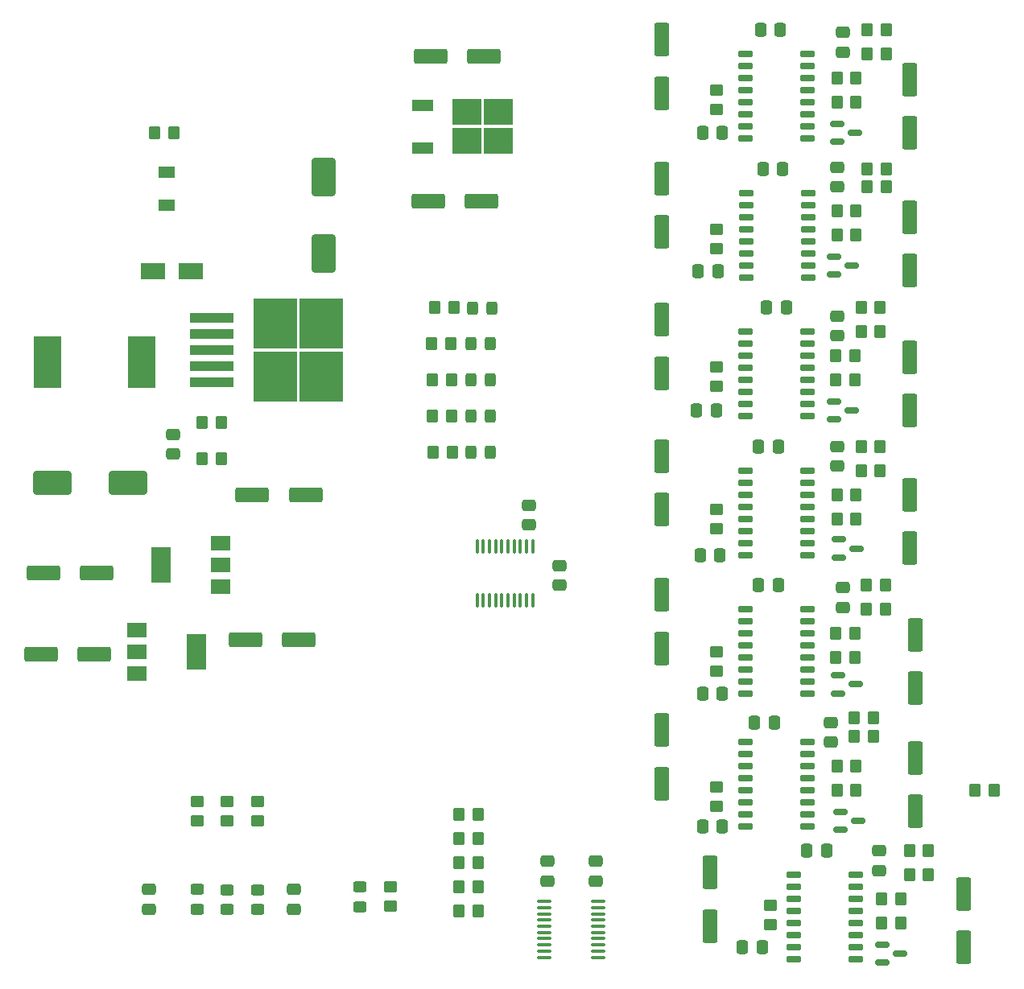
<source format=gbr>
%TF.GenerationSoftware,KiCad,Pcbnew,(6.0.0)*%
%TF.CreationDate,2022-09-29T10:08:53+01:00*%
%TF.ProjectId,truss_PCB,74727573-735f-4504-9342-2e6b69636164,rev?*%
%TF.SameCoordinates,Original*%
%TF.FileFunction,Paste,Top*%
%TF.FilePolarity,Positive*%
%FSLAX46Y46*%
G04 Gerber Fmt 4.6, Leading zero omitted, Abs format (unit mm)*
G04 Created by KiCad (PCBNEW (6.0.0)) date 2022-09-29 10:08:53*
%MOMM*%
%LPD*%
G01*
G04 APERTURE LIST*
G04 Aperture macros list*
%AMRoundRect*
0 Rectangle with rounded corners*
0 $1 Rounding radius*
0 $2 $3 $4 $5 $6 $7 $8 $9 X,Y pos of 4 corners*
0 Add a 4 corners polygon primitive as box body*
4,1,4,$2,$3,$4,$5,$6,$7,$8,$9,$2,$3,0*
0 Add four circle primitives for the rounded corners*
1,1,$1+$1,$2,$3*
1,1,$1+$1,$4,$5*
1,1,$1+$1,$6,$7*
1,1,$1+$1,$8,$9*
0 Add four rect primitives between the rounded corners*
20,1,$1+$1,$2,$3,$4,$5,0*
20,1,$1+$1,$4,$5,$6,$7,0*
20,1,$1+$1,$6,$7,$8,$9,0*
20,1,$1+$1,$8,$9,$2,$3,0*%
G04 Aperture macros list end*
%ADD10RoundRect,0.150000X0.650000X0.150000X-0.650000X0.150000X-0.650000X-0.150000X0.650000X-0.150000X0*%
%ADD11RoundRect,0.100000X-0.637500X-0.100000X0.637500X-0.100000X0.637500X0.100000X-0.637500X0.100000X0*%
%ADD12RoundRect,0.100000X-0.100000X0.637500X-0.100000X-0.637500X0.100000X-0.637500X0.100000X0.637500X0*%
%ADD13RoundRect,0.150000X-0.587500X-0.150000X0.587500X-0.150000X0.587500X0.150000X-0.587500X0.150000X0*%
%ADD14RoundRect,0.250000X0.550000X-1.500000X0.550000X1.500000X-0.550000X1.500000X-0.550000X-1.500000X0*%
%ADD15RoundRect,0.250000X-0.350000X-0.450000X0.350000X-0.450000X0.350000X0.450000X-0.350000X0.450000X0*%
%ADD16RoundRect,0.250000X-0.450000X0.325000X-0.450000X-0.325000X0.450000X-0.325000X0.450000X0.325000X0*%
%ADD17RoundRect,0.250000X0.475000X-0.337500X0.475000X0.337500X-0.475000X0.337500X-0.475000X-0.337500X0*%
%ADD18RoundRect,0.250000X-1.500000X-0.550000X1.500000X-0.550000X1.500000X0.550000X-1.500000X0.550000X0*%
%ADD19RoundRect,0.250000X0.350000X0.450000X-0.350000X0.450000X-0.350000X-0.450000X0.350000X-0.450000X0*%
%ADD20R,1.700000X1.300000*%
%ADD21R,3.050000X2.750000*%
%ADD22R,2.200000X1.200000*%
%ADD23RoundRect,0.250000X1.500000X0.550000X-1.500000X0.550000X-1.500000X-0.550000X1.500000X-0.550000X0*%
%ADD24RoundRect,0.250000X0.337500X0.475000X-0.337500X0.475000X-0.337500X-0.475000X0.337500X-0.475000X0*%
%ADD25RoundRect,0.250000X-0.450000X0.350000X-0.450000X-0.350000X0.450000X-0.350000X0.450000X0.350000X0*%
%ADD26RoundRect,0.250000X0.325000X0.450000X-0.325000X0.450000X-0.325000X-0.450000X0.325000X-0.450000X0*%
%ADD27RoundRect,0.250000X-1.000000X1.750000X-1.000000X-1.750000X1.000000X-1.750000X1.000000X1.750000X0*%
%ADD28R,2.000000X1.500000*%
%ADD29R,2.000000X3.800000*%
%ADD30RoundRect,0.250000X1.750000X1.000000X-1.750000X1.000000X-1.750000X-1.000000X1.750000X-1.000000X0*%
%ADD31RoundRect,0.250000X-0.475000X0.337500X-0.475000X-0.337500X0.475000X-0.337500X0.475000X0.337500X0*%
%ADD32R,4.550000X5.250000*%
%ADD33R,4.600000X1.100000*%
%ADD34R,2.500000X1.800000*%
%ADD35R,2.900000X5.400000*%
G04 APERTURE END LIST*
D10*
%TO.C,U2*%
X185570000Y-67310000D03*
X185570000Y-66040000D03*
X185570000Y-64770000D03*
X185570000Y-63500000D03*
X185570000Y-62230000D03*
X185570000Y-60960000D03*
X185570000Y-59690000D03*
X185570000Y-58420000D03*
X179070000Y-58420000D03*
X179070000Y-59690000D03*
X179070000Y-60960000D03*
X179070000Y-62230000D03*
X179070000Y-63500000D03*
X179070000Y-64770000D03*
X179070000Y-66040000D03*
X179070000Y-67310000D03*
%TD*%
%TO.C,U7*%
X190575000Y-139065000D03*
X190575000Y-137795000D03*
X190575000Y-136525000D03*
X190575000Y-135255000D03*
X190575000Y-133985000D03*
X190575000Y-132715000D03*
X190575000Y-131445000D03*
X190575000Y-130175000D03*
X184075000Y-130175000D03*
X184075000Y-131445000D03*
X184075000Y-132715000D03*
X184075000Y-133985000D03*
X184075000Y-135255000D03*
X184075000Y-136525000D03*
X184075000Y-137795000D03*
X184075000Y-139065000D03*
%TD*%
%TO.C,U5*%
X185495000Y-111125000D03*
X185495000Y-109855000D03*
X185495000Y-108585000D03*
X185495000Y-107315000D03*
X185495000Y-106045000D03*
X185495000Y-104775000D03*
X185495000Y-103505000D03*
X185495000Y-102235000D03*
X178995000Y-102235000D03*
X178995000Y-103505000D03*
X178995000Y-104775000D03*
X178995000Y-106045000D03*
X178995000Y-107315000D03*
X178995000Y-108585000D03*
X178995000Y-109855000D03*
X178995000Y-111125000D03*
%TD*%
%TO.C,U4*%
X185495000Y-96520000D03*
X185495000Y-95250000D03*
X185495000Y-93980000D03*
X185495000Y-92710000D03*
X185495000Y-91440000D03*
X185495000Y-90170000D03*
X185495000Y-88900000D03*
X185495000Y-87630000D03*
X178995000Y-87630000D03*
X178995000Y-88900000D03*
X178995000Y-90170000D03*
X178995000Y-91440000D03*
X178995000Y-92710000D03*
X178995000Y-93980000D03*
X178995000Y-95250000D03*
X178995000Y-96520000D03*
%TD*%
%TO.C,U6*%
X185495000Y-125095000D03*
X185495000Y-123825000D03*
X185495000Y-122555000D03*
X185495000Y-121285000D03*
X185495000Y-120015000D03*
X185495000Y-118745000D03*
X185495000Y-117475000D03*
X185495000Y-116205000D03*
X178995000Y-116205000D03*
X178995000Y-117475000D03*
X178995000Y-118745000D03*
X178995000Y-120015000D03*
X178995000Y-121285000D03*
X178995000Y-122555000D03*
X178995000Y-123825000D03*
X178995000Y-125095000D03*
%TD*%
%TO.C,U3*%
X185495000Y-81915000D03*
X185495000Y-80645000D03*
X185495000Y-79375000D03*
X185495000Y-78105000D03*
X185495000Y-76835000D03*
X185495000Y-75565000D03*
X185495000Y-74295000D03*
X185495000Y-73025000D03*
X178995000Y-73025000D03*
X178995000Y-74295000D03*
X178995000Y-75565000D03*
X178995000Y-76835000D03*
X178995000Y-78105000D03*
X178995000Y-79375000D03*
X178995000Y-80645000D03*
X178995000Y-81915000D03*
%TD*%
%TO.C,U1*%
X185495000Y-52705000D03*
X185495000Y-51435000D03*
X185495000Y-50165000D03*
X185495000Y-48895000D03*
X185495000Y-47625000D03*
X185495000Y-46355000D03*
X185495000Y-45085000D03*
X185495000Y-43815000D03*
X178995000Y-43815000D03*
X178995000Y-45085000D03*
X178995000Y-46355000D03*
X178995000Y-47625000D03*
X178995000Y-48895000D03*
X178995000Y-50165000D03*
X178995000Y-51435000D03*
X178995000Y-52705000D03*
%TD*%
D11*
%TO.C,U8*%
X157792500Y-132965000D03*
X157792500Y-133615000D03*
X157792500Y-134265000D03*
X157792500Y-134915000D03*
X157792500Y-135565000D03*
X157792500Y-136215000D03*
X157792500Y-136865000D03*
X157792500Y-137515000D03*
X157792500Y-138165000D03*
X157792500Y-138815000D03*
X163517500Y-138815000D03*
X163517500Y-138165000D03*
X163517500Y-137515000D03*
X163517500Y-136865000D03*
X163517500Y-136215000D03*
X163517500Y-135565000D03*
X163517500Y-134915000D03*
X163517500Y-134265000D03*
X163517500Y-133615000D03*
X163517500Y-132965000D03*
%TD*%
D12*
%TO.C,U9*%
X156595000Y-95562500D03*
X155945000Y-95562500D03*
X155295000Y-95562500D03*
X154645000Y-95562500D03*
X153995000Y-95562500D03*
X153345000Y-95562500D03*
X152695000Y-95562500D03*
X152045000Y-95562500D03*
X151395000Y-95562500D03*
X150745000Y-95562500D03*
X150745000Y-101287500D03*
X151395000Y-101287500D03*
X152045000Y-101287500D03*
X152695000Y-101287500D03*
X153345000Y-101287500D03*
X153995000Y-101287500D03*
X154645000Y-101287500D03*
X155295000Y-101287500D03*
X155945000Y-101287500D03*
X156595000Y-101287500D03*
%TD*%
D13*
%TO.C,Q3*%
X188292500Y-80330000D03*
X188292500Y-82230000D03*
X190167500Y-81280000D03*
%TD*%
D14*
%TO.C,EC9*%
X196850000Y-110490000D03*
X196850000Y-104890000D03*
%TD*%
D15*
%TO.C,R51*%
X148860000Y-133985000D03*
X150860000Y-133985000D03*
%TD*%
D16*
%TO.C,D9*%
X121285000Y-131690000D03*
X121285000Y-133740000D03*
%TD*%
D17*
%TO.C,C5*%
X188595000Y-57785000D03*
X188595000Y-55710000D03*
%TD*%
D18*
%TO.C,EC21*%
X126365000Y-105410000D03*
X131965000Y-105410000D03*
%TD*%
D14*
%TO.C,EC12*%
X170180000Y-120535000D03*
X170180000Y-114935000D03*
%TD*%
D19*
%TO.C,RFB2*%
X123825000Y-86360000D03*
X121825000Y-86360000D03*
%TD*%
D14*
%TO.C,EC5*%
X196215000Y-81280000D03*
X196215000Y-75680000D03*
%TD*%
D20*
%TO.C,D2*%
X118110000Y-59690000D03*
X118110000Y-56190000D03*
%TD*%
D21*
%TO.C,IC1*%
X149650000Y-49910000D03*
X149650000Y-52960000D03*
X153000000Y-52960000D03*
X153000000Y-49910000D03*
D22*
X145025000Y-49155000D03*
X145025000Y-53715000D03*
%TD*%
D14*
%TO.C,EC3*%
X196215000Y-66560000D03*
X196215000Y-60960000D03*
%TD*%
%TO.C,EC11*%
X196850000Y-123450000D03*
X196850000Y-117850000D03*
%TD*%
D13*
%TO.C,Q2*%
X188292500Y-65090000D03*
X188292500Y-66990000D03*
X190167500Y-66040000D03*
%TD*%
D14*
%TO.C,EC4*%
X170180000Y-62490000D03*
X170180000Y-56890000D03*
%TD*%
D15*
%TO.C,R15*%
X191135000Y-70485000D03*
X193135000Y-70485000D03*
%TD*%
D19*
%TO.C,R41*%
X148320000Y-70485000D03*
X146320000Y-70485000D03*
%TD*%
D23*
%TO.C,EC19*%
X110490000Y-106940000D03*
X104890000Y-106940000D03*
%TD*%
D17*
%TO.C,C17*%
X187960000Y-116205000D03*
X187960000Y-114130000D03*
%TD*%
D24*
%TO.C,C21*%
X180742500Y-137795000D03*
X178667500Y-137795000D03*
%TD*%
D19*
%TO.C,R18*%
X190595000Y-90170000D03*
X188595000Y-90170000D03*
%TD*%
D14*
%TO.C,EC10*%
X170180000Y-106305000D03*
X170180000Y-100705000D03*
%TD*%
D19*
%TO.C,R1*%
X205105000Y-121285000D03*
X203105000Y-121285000D03*
%TD*%
D25*
%TO.C,R11*%
X175895000Y-62230000D03*
X175895000Y-64230000D03*
%TD*%
D17*
%TO.C,C26*%
X159385000Y-99695000D03*
X159385000Y-97620000D03*
%TD*%
D24*
%TO.C,C4*%
X182880000Y-55880000D03*
X180805000Y-55880000D03*
%TD*%
D19*
%TO.C,R43*%
X148050000Y-78105000D03*
X146050000Y-78105000D03*
%TD*%
D18*
%TO.C,EC17*%
X145840000Y-44070000D03*
X151440000Y-44070000D03*
%TD*%
D24*
%TO.C,C10*%
X182415000Y-85090000D03*
X180340000Y-85090000D03*
%TD*%
D26*
%TO.C,D3*%
X152155000Y-85725000D03*
X150105000Y-85725000D03*
%TD*%
D25*
%TO.C,R21*%
X175895000Y-91710000D03*
X175895000Y-93710000D03*
%TD*%
D19*
%TO.C,R13*%
X190500000Y-75565000D03*
X188500000Y-75565000D03*
%TD*%
D15*
%TO.C,R30*%
X190405000Y-113665000D03*
X192405000Y-113665000D03*
%TD*%
D27*
%TO.C,EC28*%
X134620000Y-56770000D03*
X134620000Y-64770000D03*
%TD*%
D25*
%TO.C,R37*%
X141605000Y-131445000D03*
X141605000Y-133445000D03*
%TD*%
D15*
%TO.C,R49*%
X148863266Y-128905000D03*
X150863266Y-128905000D03*
%TD*%
D13*
%TO.C,Q4*%
X188774667Y-94855019D03*
X188774667Y-96755019D03*
X190649667Y-95805019D03*
%TD*%
D15*
%TO.C,R29*%
X190405000Y-115570000D03*
X192405000Y-115570000D03*
%TD*%
%TO.C,R19*%
X191135000Y-87630000D03*
X193135000Y-87630000D03*
%TD*%
%TO.C,R24*%
X191675000Y-102235000D03*
X193675000Y-102235000D03*
%TD*%
D14*
%TO.C,EC13*%
X201930000Y-137795000D03*
X201930000Y-132195000D03*
%TD*%
D24*
%TO.C,C19*%
X187495000Y-127635000D03*
X185420000Y-127635000D03*
%TD*%
D15*
%TO.C,R47*%
X148854239Y-123825000D03*
X150854239Y-123825000D03*
%TD*%
D14*
%TO.C,EC7*%
X196215000Y-95770000D03*
X196215000Y-90170000D03*
%TD*%
D15*
%TO.C,R12*%
X188500000Y-78105000D03*
X190500000Y-78105000D03*
%TD*%
D14*
%TO.C,EC1*%
X196215000Y-52070000D03*
X196215000Y-46470000D03*
%TD*%
D15*
%TO.C,R9*%
X191770000Y-57785000D03*
X193770000Y-57785000D03*
%TD*%
D26*
%TO.C,D6*%
X152155000Y-74295000D03*
X150105000Y-74295000D03*
%TD*%
D24*
%TO.C,C9*%
X175895000Y-81280000D03*
X173820000Y-81280000D03*
%TD*%
D25*
%TO.C,R46*%
X127635000Y-122460000D03*
X127635000Y-124460000D03*
%TD*%
D19*
%TO.C,R3*%
X190595000Y-46355000D03*
X188595000Y-46355000D03*
%TD*%
D17*
%TO.C,C11*%
X188595000Y-87165000D03*
X188595000Y-85090000D03*
%TD*%
D15*
%TO.C,R35*%
X196215000Y-127635000D03*
X198215000Y-127635000D03*
%TD*%
D13*
%TO.C,Q1*%
X188625000Y-51120000D03*
X188625000Y-53020000D03*
X190500000Y-52070000D03*
%TD*%
D19*
%TO.C,R8*%
X190595000Y-60325000D03*
X188595000Y-60325000D03*
%TD*%
D23*
%TO.C,EC22*%
X110750000Y-98425000D03*
X105150000Y-98425000D03*
%TD*%
D26*
%TO.C,D7*%
X152155000Y-78105000D03*
X150105000Y-78105000D03*
%TD*%
D13*
%TO.C,Q6*%
X188927500Y-123510000D03*
X188927500Y-125410000D03*
X190802500Y-124460000D03*
%TD*%
D28*
%TO.C,U13*%
X114935000Y-104380000D03*
D29*
X121235000Y-106680000D03*
D28*
X114935000Y-106680000D03*
X114935000Y-108980000D03*
%TD*%
D18*
%TO.C,EC20*%
X145580000Y-59310000D03*
X151180000Y-59310000D03*
%TD*%
D19*
%TO.C,R28*%
X190595000Y-118745000D03*
X188595000Y-118745000D03*
%TD*%
D15*
%TO.C,R48*%
X148866364Y-126365000D03*
X150866364Y-126365000D03*
%TD*%
D19*
%TO.C,R23*%
X190500000Y-104775000D03*
X188500000Y-104775000D03*
%TD*%
D15*
%TO.C,R14*%
X191135000Y-73025000D03*
X193135000Y-73025000D03*
%TD*%
D17*
%TO.C,C8*%
X188595000Y-73427500D03*
X188595000Y-71352500D03*
%TD*%
D24*
%TO.C,C1*%
X182647500Y-41275000D03*
X180572500Y-41275000D03*
%TD*%
D15*
%TO.C,R22*%
X188500000Y-107315000D03*
X190500000Y-107315000D03*
%TD*%
D30*
%TO.C,EC15*%
X114045000Y-88900000D03*
X106045000Y-88900000D03*
%TD*%
D16*
%TO.C,D10*%
X124460000Y-131722992D03*
X124460000Y-133772992D03*
%TD*%
D24*
%TO.C,C15*%
X176530000Y-111125000D03*
X174455000Y-111125000D03*
%TD*%
D31*
%TO.C,Cff1*%
X118745000Y-83820000D03*
X118745000Y-85895000D03*
%TD*%
D15*
%TO.C,R25*%
X191675000Y-99695000D03*
X193675000Y-99695000D03*
%TD*%
D17*
%TO.C,C2*%
X189230000Y-43582500D03*
X189230000Y-41507500D03*
%TD*%
D15*
%TO.C,R2*%
X188595000Y-48895000D03*
X190595000Y-48895000D03*
%TD*%
%TO.C,R10*%
X191770000Y-55880000D03*
X193770000Y-55880000D03*
%TD*%
D17*
%TO.C,C23*%
X131445000Y-133752500D03*
X131445000Y-131677500D03*
%TD*%
D15*
%TO.C,R32*%
X193310000Y-135255000D03*
X195310000Y-135255000D03*
%TD*%
D24*
%TO.C,C6*%
X176065000Y-66675000D03*
X173990000Y-66675000D03*
%TD*%
D13*
%TO.C,Q5*%
X188673500Y-109159000D03*
X188673500Y-111059000D03*
X190548500Y-110109000D03*
%TD*%
D15*
%TO.C,R17*%
X188595000Y-92710000D03*
X190595000Y-92710000D03*
%TD*%
D32*
%TO.C,U11*%
X129540000Y-77705000D03*
X129540000Y-72155000D03*
X134390000Y-77705000D03*
X134390000Y-72155000D03*
D33*
X122815000Y-71530000D03*
X122815000Y-73230000D03*
X122815000Y-74930000D03*
X122815000Y-76630000D03*
X122815000Y-78330000D03*
%TD*%
D13*
%TO.C,Q7*%
X193372500Y-137480000D03*
X193372500Y-139380000D03*
X195247500Y-138430000D03*
%TD*%
D25*
%TO.C,R36*%
X181610000Y-133350000D03*
X181610000Y-135350000D03*
%TD*%
D17*
%TO.C,C14*%
X189230000Y-102002500D03*
X189230000Y-99927500D03*
%TD*%
D24*
%TO.C,C18*%
X176530000Y-125095000D03*
X174455000Y-125095000D03*
%TD*%
D16*
%TO.C,D1*%
X138430000Y-131445000D03*
X138430000Y-133495000D03*
%TD*%
D15*
%TO.C,R27*%
X188595000Y-121285000D03*
X190595000Y-121285000D03*
%TD*%
D25*
%TO.C,R6*%
X175895000Y-47625000D03*
X175895000Y-49625000D03*
%TD*%
D24*
%TO.C,C13*%
X182415000Y-99695000D03*
X180340000Y-99695000D03*
%TD*%
D26*
%TO.C,D5*%
X152155000Y-81915000D03*
X150105000Y-81915000D03*
%TD*%
D19*
%TO.C,R42*%
X147955000Y-74295000D03*
X145955000Y-74295000D03*
%TD*%
D25*
%TO.C,R45*%
X124460000Y-122460000D03*
X124460000Y-124460000D03*
%TD*%
D28*
%TO.C,U12*%
X123800000Y-99830000D03*
D29*
X117500000Y-97530000D03*
D28*
X123800000Y-97530000D03*
X123800000Y-95230000D03*
%TD*%
D15*
%TO.C,R7*%
X188595000Y-62865000D03*
X190595000Y-62865000D03*
%TD*%
%TO.C,R5*%
X191770000Y-41275000D03*
X193770000Y-41275000D03*
%TD*%
D26*
%TO.C,D8*%
X152294977Y-70522735D03*
X150244977Y-70522735D03*
%TD*%
D24*
%TO.C,C12*%
X176297500Y-96520000D03*
X174222500Y-96520000D03*
%TD*%
D17*
%TO.C,C20*%
X193040000Y-129710000D03*
X193040000Y-127635000D03*
%TD*%
D24*
%TO.C,C16*%
X182012500Y-114173000D03*
X179937500Y-114173000D03*
%TD*%
D14*
%TO.C,EC2*%
X170180000Y-47885000D03*
X170180000Y-42285000D03*
%TD*%
D25*
%TO.C,R44*%
X121285000Y-122460000D03*
X121285000Y-124460000D03*
%TD*%
D17*
%TO.C,C25*%
X158115000Y-130810000D03*
X158115000Y-128735000D03*
%TD*%
%TO.C,C27*%
X163195000Y-130810000D03*
X163195000Y-128735000D03*
%TD*%
D19*
%TO.C,R33*%
X195310000Y-132715000D03*
X193310000Y-132715000D03*
%TD*%
D15*
%TO.C,R34*%
X196215000Y-130175000D03*
X198215000Y-130175000D03*
%TD*%
D17*
%TO.C,C22*%
X116205000Y-133739018D03*
X116205000Y-131664018D03*
%TD*%
D14*
%TO.C,EC6*%
X170180000Y-77355000D03*
X170180000Y-71755000D03*
%TD*%
D16*
%TO.C,D11*%
X127635000Y-131722992D03*
X127635000Y-133772992D03*
%TD*%
D18*
%TO.C,EC18*%
X127115000Y-90170000D03*
X132715000Y-90170000D03*
%TD*%
D25*
%TO.C,R31*%
X175895000Y-120920000D03*
X175895000Y-122920000D03*
%TD*%
D14*
%TO.C,EC14*%
X175260000Y-135515000D03*
X175260000Y-129915000D03*
%TD*%
D17*
%TO.C,C24*%
X156210000Y-93345000D03*
X156210000Y-91270000D03*
%TD*%
D34*
%TO.C,D4*%
X120650000Y-66675000D03*
X116650000Y-66675000D03*
%TD*%
D35*
%TO.C,L1*%
X115440000Y-76200000D03*
X105540000Y-76200000D03*
%TD*%
D14*
%TO.C,EC8*%
X170180000Y-91700000D03*
X170180000Y-86100000D03*
%TD*%
D25*
%TO.C,R16*%
X175895000Y-76740000D03*
X175895000Y-78740000D03*
%TD*%
%TO.C,R26*%
X175895000Y-106680000D03*
X175895000Y-108680000D03*
%TD*%
D15*
%TO.C,R4*%
X191770000Y-43815000D03*
X193770000Y-43815000D03*
%TD*%
%TO.C,R50*%
X148860000Y-131445000D03*
X150860000Y-131445000D03*
%TD*%
D24*
%TO.C,C7*%
X183282500Y-70485000D03*
X181207500Y-70485000D03*
%TD*%
D15*
%TO.C,R38*%
X116840000Y-52070000D03*
X118840000Y-52070000D03*
%TD*%
%TO.C,RFB1*%
X121825000Y-82550000D03*
X123825000Y-82550000D03*
%TD*%
D24*
%TO.C,C3*%
X176530000Y-52070000D03*
X174455000Y-52070000D03*
%TD*%
D15*
%TO.C,R20*%
X191135000Y-85090000D03*
X193135000Y-85090000D03*
%TD*%
D19*
%TO.C,R39*%
X148145000Y-85725000D03*
X146145000Y-85725000D03*
%TD*%
%TO.C,R40*%
X148048711Y-81915000D03*
X146048711Y-81915000D03*
%TD*%
M02*

</source>
